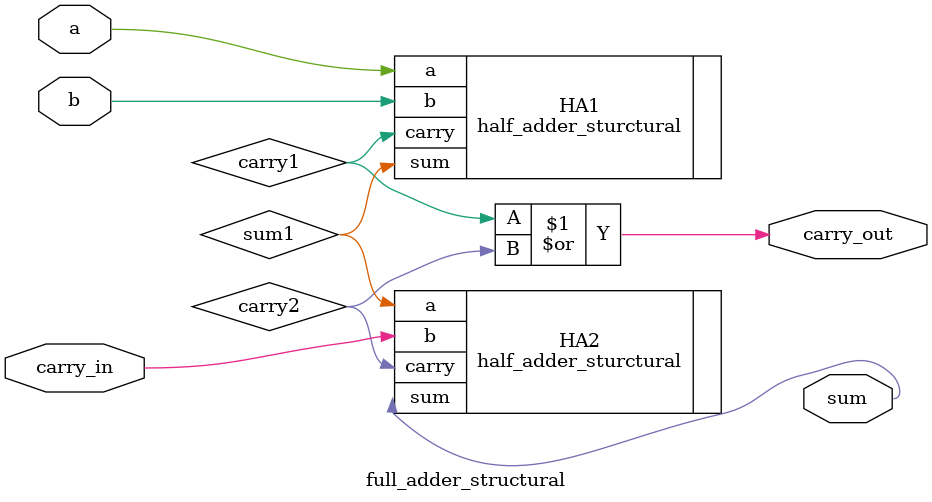
<source format=v>
module full_adder_structural(
	input a,
	input b,
	input carry_in,
	output sum,
	output carry_out
	);
	
	wire sum1;
	wire carry1;
	wire carry2;
	
	half_adder_sturctural HA1(
	.a(a),
	.b(b),
	.sum(sum1),
	.carry(carry1)
	);
	
	half_adder_sturctural HA2(
	.a(sum1),
	.b(carry_in),
	.sum(sum),
	.carry(carry2)
	);
	
	or (carry_out,carry1,carry2);
endmodule
</source>
